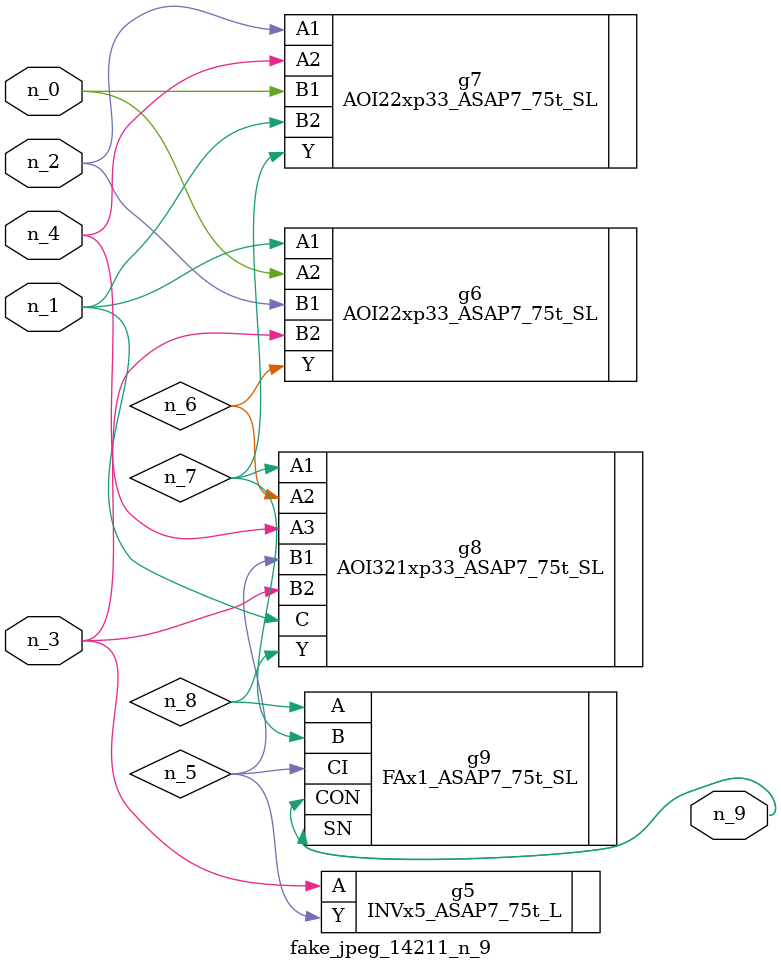
<source format=v>
module fake_jpeg_14211_n_9 (n_3, n_2, n_1, n_0, n_4, n_9);

input n_3;
input n_2;
input n_1;
input n_0;
input n_4;

output n_9;

wire n_8;
wire n_6;
wire n_5;
wire n_7;

INVx5_ASAP7_75t_L g5 ( 
.A(n_3),
.Y(n_5)
);

AOI22xp33_ASAP7_75t_SL g6 ( 
.A1(n_1),
.A2(n_0),
.B1(n_2),
.B2(n_3),
.Y(n_6)
);

AOI22xp33_ASAP7_75t_SL g7 ( 
.A1(n_2),
.A2(n_4),
.B1(n_0),
.B2(n_1),
.Y(n_7)
);

AOI321xp33_ASAP7_75t_SL g8 ( 
.A1(n_7),
.A2(n_6),
.A3(n_4),
.B1(n_5),
.B2(n_3),
.C(n_1),
.Y(n_8)
);

FAx1_ASAP7_75t_SL g9 ( 
.A(n_8),
.B(n_7),
.CI(n_5),
.CON(n_9),
.SN(n_9)
);


endmodule
</source>
